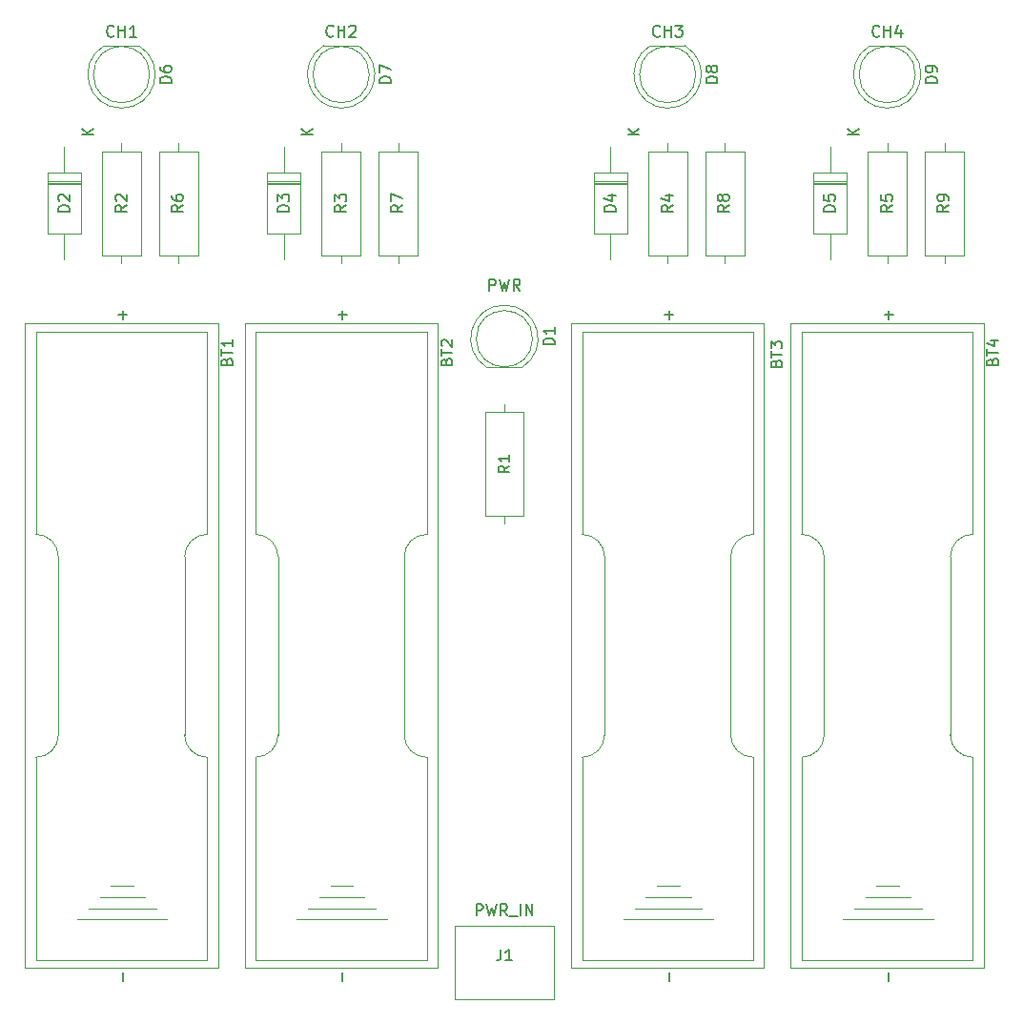
<source format=gto>
%TF.GenerationSoftware,KiCad,Pcbnew,(6.0.2)*%
%TF.CreationDate,2022-03-25T11:37:34+00:00*%
%TF.ProjectId,nimh-charger,6e696d68-2d63-4686-9172-6765722e6b69,rev?*%
%TF.SameCoordinates,Original*%
%TF.FileFunction,Legend,Top*%
%TF.FilePolarity,Positive*%
%FSLAX46Y46*%
G04 Gerber Fmt 4.6, Leading zero omitted, Abs format (unit mm)*
G04 Created by KiCad (PCBNEW (6.0.2)) date 2022-03-25 11:37:34*
%MOMM*%
%LPD*%
G01*
G04 APERTURE LIST*
%ADD10C,0.150000*%
%ADD11C,0.120000*%
G04 APERTURE END LIST*
D10*
%TO.C,R9*%
X134452380Y-79866666D02*
X133976190Y-80200000D01*
X134452380Y-80438095D02*
X133452380Y-80438095D01*
X133452380Y-80057142D01*
X133500000Y-79961904D01*
X133547619Y-79914285D01*
X133642857Y-79866666D01*
X133785714Y-79866666D01*
X133880952Y-79914285D01*
X133928571Y-79961904D01*
X133976190Y-80057142D01*
X133976190Y-80438095D01*
X134452380Y-79390476D02*
X134452380Y-79200000D01*
X134404761Y-79104761D01*
X134357142Y-79057142D01*
X134214285Y-78961904D01*
X134023809Y-78914285D01*
X133642857Y-78914285D01*
X133547619Y-78961904D01*
X133500000Y-79009523D01*
X133452380Y-79104761D01*
X133452380Y-79295238D01*
X133500000Y-79390476D01*
X133547619Y-79438095D01*
X133642857Y-79485714D01*
X133880952Y-79485714D01*
X133976190Y-79438095D01*
X134023809Y-79390476D01*
X134071428Y-79295238D01*
X134071428Y-79104761D01*
X134023809Y-79009523D01*
X133976190Y-78961904D01*
X133880952Y-78914285D01*
%TO.C,R8*%
X114952380Y-79866666D02*
X114476190Y-80200000D01*
X114952380Y-80438095D02*
X113952380Y-80438095D01*
X113952380Y-80057142D01*
X114000000Y-79961904D01*
X114047619Y-79914285D01*
X114142857Y-79866666D01*
X114285714Y-79866666D01*
X114380952Y-79914285D01*
X114428571Y-79961904D01*
X114476190Y-80057142D01*
X114476190Y-80438095D01*
X114380952Y-79295238D02*
X114333333Y-79390476D01*
X114285714Y-79438095D01*
X114190476Y-79485714D01*
X114142857Y-79485714D01*
X114047619Y-79438095D01*
X114000000Y-79390476D01*
X113952380Y-79295238D01*
X113952380Y-79104761D01*
X114000000Y-79009523D01*
X114047619Y-78961904D01*
X114142857Y-78914285D01*
X114190476Y-78914285D01*
X114285714Y-78961904D01*
X114333333Y-79009523D01*
X114380952Y-79104761D01*
X114380952Y-79295238D01*
X114428571Y-79390476D01*
X114476190Y-79438095D01*
X114571428Y-79485714D01*
X114761904Y-79485714D01*
X114857142Y-79438095D01*
X114904761Y-79390476D01*
X114952380Y-79295238D01*
X114952380Y-79104761D01*
X114904761Y-79009523D01*
X114857142Y-78961904D01*
X114761904Y-78914285D01*
X114571428Y-78914285D01*
X114476190Y-78961904D01*
X114428571Y-79009523D01*
X114380952Y-79104761D01*
%TO.C,R7*%
X85952380Y-79866666D02*
X85476190Y-80200000D01*
X85952380Y-80438095D02*
X84952380Y-80438095D01*
X84952380Y-80057142D01*
X85000000Y-79961904D01*
X85047619Y-79914285D01*
X85142857Y-79866666D01*
X85285714Y-79866666D01*
X85380952Y-79914285D01*
X85428571Y-79961904D01*
X85476190Y-80057142D01*
X85476190Y-80438095D01*
X84952380Y-79533333D02*
X84952380Y-78866666D01*
X85952380Y-79295238D01*
%TO.C,R6*%
X66452380Y-79866666D02*
X65976190Y-80200000D01*
X66452380Y-80438095D02*
X65452380Y-80438095D01*
X65452380Y-80057142D01*
X65500000Y-79961904D01*
X65547619Y-79914285D01*
X65642857Y-79866666D01*
X65785714Y-79866666D01*
X65880952Y-79914285D01*
X65928571Y-79961904D01*
X65976190Y-80057142D01*
X65976190Y-80438095D01*
X65452380Y-79009523D02*
X65452380Y-79200000D01*
X65500000Y-79295238D01*
X65547619Y-79342857D01*
X65690476Y-79438095D01*
X65880952Y-79485714D01*
X66261904Y-79485714D01*
X66357142Y-79438095D01*
X66404761Y-79390476D01*
X66452380Y-79295238D01*
X66452380Y-79104761D01*
X66404761Y-79009523D01*
X66357142Y-78961904D01*
X66261904Y-78914285D01*
X66023809Y-78914285D01*
X65928571Y-78961904D01*
X65880952Y-79009523D01*
X65833333Y-79104761D01*
X65833333Y-79295238D01*
X65880952Y-79390476D01*
X65928571Y-79438095D01*
X66023809Y-79485714D01*
%TO.C,R5*%
X129452380Y-79866666D02*
X128976190Y-80200000D01*
X129452380Y-80438095D02*
X128452380Y-80438095D01*
X128452380Y-80057142D01*
X128500000Y-79961904D01*
X128547619Y-79914285D01*
X128642857Y-79866666D01*
X128785714Y-79866666D01*
X128880952Y-79914285D01*
X128928571Y-79961904D01*
X128976190Y-80057142D01*
X128976190Y-80438095D01*
X128452380Y-78961904D02*
X128452380Y-79438095D01*
X128928571Y-79485714D01*
X128880952Y-79438095D01*
X128833333Y-79342857D01*
X128833333Y-79104761D01*
X128880952Y-79009523D01*
X128928571Y-78961904D01*
X129023809Y-78914285D01*
X129261904Y-78914285D01*
X129357142Y-78961904D01*
X129404761Y-79009523D01*
X129452380Y-79104761D01*
X129452380Y-79342857D01*
X129404761Y-79438095D01*
X129357142Y-79485714D01*
%TO.C,R4*%
X109952380Y-79866666D02*
X109476190Y-80200000D01*
X109952380Y-80438095D02*
X108952380Y-80438095D01*
X108952380Y-80057142D01*
X109000000Y-79961904D01*
X109047619Y-79914285D01*
X109142857Y-79866666D01*
X109285714Y-79866666D01*
X109380952Y-79914285D01*
X109428571Y-79961904D01*
X109476190Y-80057142D01*
X109476190Y-80438095D01*
X109285714Y-79009523D02*
X109952380Y-79009523D01*
X108904761Y-79247619D02*
X109619047Y-79485714D01*
X109619047Y-78866666D01*
%TO.C,R3*%
X80952380Y-79866666D02*
X80476190Y-80200000D01*
X80952380Y-80438095D02*
X79952380Y-80438095D01*
X79952380Y-80057142D01*
X80000000Y-79961904D01*
X80047619Y-79914285D01*
X80142857Y-79866666D01*
X80285714Y-79866666D01*
X80380952Y-79914285D01*
X80428571Y-79961904D01*
X80476190Y-80057142D01*
X80476190Y-80438095D01*
X79952380Y-79533333D02*
X79952380Y-78914285D01*
X80333333Y-79247619D01*
X80333333Y-79104761D01*
X80380952Y-79009523D01*
X80428571Y-78961904D01*
X80523809Y-78914285D01*
X80761904Y-78914285D01*
X80857142Y-78961904D01*
X80904761Y-79009523D01*
X80952380Y-79104761D01*
X80952380Y-79390476D01*
X80904761Y-79485714D01*
X80857142Y-79533333D01*
%TO.C,R2*%
X61452380Y-79866666D02*
X60976190Y-80200000D01*
X61452380Y-80438095D02*
X60452380Y-80438095D01*
X60452380Y-80057142D01*
X60500000Y-79961904D01*
X60547619Y-79914285D01*
X60642857Y-79866666D01*
X60785714Y-79866666D01*
X60880952Y-79914285D01*
X60928571Y-79961904D01*
X60976190Y-80057142D01*
X60976190Y-80438095D01*
X60547619Y-79485714D02*
X60500000Y-79438095D01*
X60452380Y-79342857D01*
X60452380Y-79104761D01*
X60500000Y-79009523D01*
X60547619Y-78961904D01*
X60642857Y-78914285D01*
X60738095Y-78914285D01*
X60880952Y-78961904D01*
X61452380Y-79533333D01*
X61452380Y-78914285D01*
%TO.C,R1*%
X95452380Y-103016666D02*
X94976190Y-103350000D01*
X95452380Y-103588095D02*
X94452380Y-103588095D01*
X94452380Y-103207142D01*
X94500000Y-103111904D01*
X94547619Y-103064285D01*
X94642857Y-103016666D01*
X94785714Y-103016666D01*
X94880952Y-103064285D01*
X94928571Y-103111904D01*
X94976190Y-103207142D01*
X94976190Y-103588095D01*
X95452380Y-102064285D02*
X95452380Y-102635714D01*
X95452380Y-102350000D02*
X94452380Y-102350000D01*
X94595238Y-102445238D01*
X94690476Y-102540476D01*
X94738095Y-102635714D01*
%TO.C,D9*%
X133412380Y-69008095D02*
X132412380Y-69008095D01*
X132412380Y-68770000D01*
X132460000Y-68627142D01*
X132555238Y-68531904D01*
X132650476Y-68484285D01*
X132840952Y-68436666D01*
X132983809Y-68436666D01*
X133174285Y-68484285D01*
X133269523Y-68531904D01*
X133364761Y-68627142D01*
X133412380Y-68770000D01*
X133412380Y-69008095D01*
X133412380Y-67960476D02*
X133412380Y-67770000D01*
X133364761Y-67674761D01*
X133317142Y-67627142D01*
X133174285Y-67531904D01*
X132983809Y-67484285D01*
X132602857Y-67484285D01*
X132507619Y-67531904D01*
X132460000Y-67579523D01*
X132412380Y-67674761D01*
X132412380Y-67865238D01*
X132460000Y-67960476D01*
X132507619Y-68008095D01*
X132602857Y-68055714D01*
X132840952Y-68055714D01*
X132936190Y-68008095D01*
X132983809Y-67960476D01*
X133031428Y-67865238D01*
X133031428Y-67674761D01*
X132983809Y-67579523D01*
X132936190Y-67531904D01*
X132840952Y-67484285D01*
X128309523Y-64817142D02*
X128261904Y-64864761D01*
X128119047Y-64912380D01*
X128023809Y-64912380D01*
X127880952Y-64864761D01*
X127785714Y-64769523D01*
X127738095Y-64674285D01*
X127690476Y-64483809D01*
X127690476Y-64340952D01*
X127738095Y-64150476D01*
X127785714Y-64055238D01*
X127880952Y-63960000D01*
X128023809Y-63912380D01*
X128119047Y-63912380D01*
X128261904Y-63960000D01*
X128309523Y-64007619D01*
X128738095Y-64912380D02*
X128738095Y-63912380D01*
X128738095Y-64388571D02*
X129309523Y-64388571D01*
X129309523Y-64912380D02*
X129309523Y-63912380D01*
X130214285Y-64245714D02*
X130214285Y-64912380D01*
X129976190Y-63864761D02*
X129738095Y-64579047D01*
X130357142Y-64579047D01*
%TO.C,J1*%
X94666666Y-145952380D02*
X94666666Y-146666666D01*
X94619047Y-146809523D01*
X94523809Y-146904761D01*
X94380952Y-146952380D01*
X94285714Y-146952380D01*
X95666666Y-146952380D02*
X95095238Y-146952380D01*
X95380952Y-146952380D02*
X95380952Y-145952380D01*
X95285714Y-146095238D01*
X95190476Y-146190476D01*
X95095238Y-146238095D01*
X92523809Y-142952380D02*
X92523809Y-141952380D01*
X92904761Y-141952380D01*
X93000000Y-142000000D01*
X93047619Y-142047619D01*
X93095238Y-142142857D01*
X93095238Y-142285714D01*
X93047619Y-142380952D01*
X93000000Y-142428571D01*
X92904761Y-142476190D01*
X92523809Y-142476190D01*
X93428571Y-141952380D02*
X93666666Y-142952380D01*
X93857142Y-142238095D01*
X94047619Y-142952380D01*
X94285714Y-141952380D01*
X95238095Y-142952380D02*
X94904761Y-142476190D01*
X94666666Y-142952380D02*
X94666666Y-141952380D01*
X95047619Y-141952380D01*
X95142857Y-142000000D01*
X95190476Y-142047619D01*
X95238095Y-142142857D01*
X95238095Y-142285714D01*
X95190476Y-142380952D01*
X95142857Y-142428571D01*
X95047619Y-142476190D01*
X94666666Y-142476190D01*
X95428571Y-143047619D02*
X96190476Y-143047619D01*
X96428571Y-142952380D02*
X96428571Y-141952380D01*
X96904761Y-142952380D02*
X96904761Y-141952380D01*
X97476190Y-142952380D01*
X97476190Y-141952380D01*
%TO.C,D5*%
X124372380Y-80438095D02*
X123372380Y-80438095D01*
X123372380Y-80200000D01*
X123420000Y-80057142D01*
X123515238Y-79961904D01*
X123610476Y-79914285D01*
X123800952Y-79866666D01*
X123943809Y-79866666D01*
X124134285Y-79914285D01*
X124229523Y-79961904D01*
X124324761Y-80057142D01*
X124372380Y-80200000D01*
X124372380Y-80438095D01*
X123372380Y-78961904D02*
X123372380Y-79438095D01*
X123848571Y-79485714D01*
X123800952Y-79438095D01*
X123753333Y-79342857D01*
X123753333Y-79104761D01*
X123800952Y-79009523D01*
X123848571Y-78961904D01*
X123943809Y-78914285D01*
X124181904Y-78914285D01*
X124277142Y-78961904D01*
X124324761Y-79009523D01*
X124372380Y-79104761D01*
X124372380Y-79342857D01*
X124324761Y-79438095D01*
X124277142Y-79485714D01*
X126472380Y-73611904D02*
X125472380Y-73611904D01*
X126472380Y-73040476D02*
X125900952Y-73469047D01*
X125472380Y-73040476D02*
X126043809Y-73611904D01*
%TO.C,D3*%
X75872380Y-80438095D02*
X74872380Y-80438095D01*
X74872380Y-80200000D01*
X74920000Y-80057142D01*
X75015238Y-79961904D01*
X75110476Y-79914285D01*
X75300952Y-79866666D01*
X75443809Y-79866666D01*
X75634285Y-79914285D01*
X75729523Y-79961904D01*
X75824761Y-80057142D01*
X75872380Y-80200000D01*
X75872380Y-80438095D01*
X74872380Y-79533333D02*
X74872380Y-78914285D01*
X75253333Y-79247619D01*
X75253333Y-79104761D01*
X75300952Y-79009523D01*
X75348571Y-78961904D01*
X75443809Y-78914285D01*
X75681904Y-78914285D01*
X75777142Y-78961904D01*
X75824761Y-79009523D01*
X75872380Y-79104761D01*
X75872380Y-79390476D01*
X75824761Y-79485714D01*
X75777142Y-79533333D01*
X77972380Y-73611904D02*
X76972380Y-73611904D01*
X77972380Y-73040476D02*
X77400952Y-73469047D01*
X76972380Y-73040476D02*
X77543809Y-73611904D01*
%TO.C,D6*%
X65412380Y-69008095D02*
X64412380Y-69008095D01*
X64412380Y-68770000D01*
X64460000Y-68627142D01*
X64555238Y-68531904D01*
X64650476Y-68484285D01*
X64840952Y-68436666D01*
X64983809Y-68436666D01*
X65174285Y-68484285D01*
X65269523Y-68531904D01*
X65364761Y-68627142D01*
X65412380Y-68770000D01*
X65412380Y-69008095D01*
X64412380Y-67579523D02*
X64412380Y-67770000D01*
X64460000Y-67865238D01*
X64507619Y-67912857D01*
X64650476Y-68008095D01*
X64840952Y-68055714D01*
X65221904Y-68055714D01*
X65317142Y-68008095D01*
X65364761Y-67960476D01*
X65412380Y-67865238D01*
X65412380Y-67674761D01*
X65364761Y-67579523D01*
X65317142Y-67531904D01*
X65221904Y-67484285D01*
X64983809Y-67484285D01*
X64888571Y-67531904D01*
X64840952Y-67579523D01*
X64793333Y-67674761D01*
X64793333Y-67865238D01*
X64840952Y-67960476D01*
X64888571Y-68008095D01*
X64983809Y-68055714D01*
X60309523Y-64817142D02*
X60261904Y-64864761D01*
X60119047Y-64912380D01*
X60023809Y-64912380D01*
X59880952Y-64864761D01*
X59785714Y-64769523D01*
X59738095Y-64674285D01*
X59690476Y-64483809D01*
X59690476Y-64340952D01*
X59738095Y-64150476D01*
X59785714Y-64055238D01*
X59880952Y-63960000D01*
X60023809Y-63912380D01*
X60119047Y-63912380D01*
X60261904Y-63960000D01*
X60309523Y-64007619D01*
X60738095Y-64912380D02*
X60738095Y-63912380D01*
X60738095Y-64388571D02*
X61309523Y-64388571D01*
X61309523Y-64912380D02*
X61309523Y-63912380D01*
X62309523Y-64912380D02*
X61738095Y-64912380D01*
X62023809Y-64912380D02*
X62023809Y-63912380D01*
X61928571Y-64055238D01*
X61833333Y-64150476D01*
X61738095Y-64198095D01*
%TO.C,BT1*%
X70348571Y-93765714D02*
X70396190Y-93622857D01*
X70443809Y-93575238D01*
X70539047Y-93527619D01*
X70681904Y-93527619D01*
X70777142Y-93575238D01*
X70824761Y-93622857D01*
X70872380Y-93718095D01*
X70872380Y-94099047D01*
X69872380Y-94099047D01*
X69872380Y-93765714D01*
X69920000Y-93670476D01*
X69967619Y-93622857D01*
X70062857Y-93575238D01*
X70158095Y-93575238D01*
X70253333Y-93622857D01*
X70300952Y-93670476D01*
X70348571Y-93765714D01*
X70348571Y-94099047D01*
X69872380Y-93241904D02*
X69872380Y-92670476D01*
X70872380Y-92956190D02*
X69872380Y-92956190D01*
X70872380Y-91813333D02*
X70872380Y-92384761D01*
X70872380Y-92099047D02*
X69872380Y-92099047D01*
X70015238Y-92194285D01*
X70110476Y-92289523D01*
X70158095Y-92384761D01*
X61131428Y-148750952D02*
X61131428Y-147989047D01*
X61131428Y-89980952D02*
X61131428Y-89219047D01*
X61512380Y-89600000D02*
X60750476Y-89600000D01*
%TO.C,BT4*%
X138348571Y-93765714D02*
X138396190Y-93622857D01*
X138443809Y-93575238D01*
X138539047Y-93527619D01*
X138681904Y-93527619D01*
X138777142Y-93575238D01*
X138824761Y-93622857D01*
X138872380Y-93718095D01*
X138872380Y-94099047D01*
X137872380Y-94099047D01*
X137872380Y-93765714D01*
X137920000Y-93670476D01*
X137967619Y-93622857D01*
X138062857Y-93575238D01*
X138158095Y-93575238D01*
X138253333Y-93622857D01*
X138300952Y-93670476D01*
X138348571Y-93765714D01*
X138348571Y-94099047D01*
X137872380Y-93241904D02*
X137872380Y-92670476D01*
X138872380Y-92956190D02*
X137872380Y-92956190D01*
X138205714Y-91908571D02*
X138872380Y-91908571D01*
X137824761Y-92146666D02*
X138539047Y-92384761D01*
X138539047Y-91765714D01*
X129131428Y-89980952D02*
X129131428Y-89219047D01*
X129512380Y-89600000D02*
X128750476Y-89600000D01*
X129131428Y-148750952D02*
X129131428Y-147989047D01*
%TO.C,D1*%
X99452380Y-92238095D02*
X98452380Y-92238095D01*
X98452380Y-92000000D01*
X98500000Y-91857142D01*
X98595238Y-91761904D01*
X98690476Y-91714285D01*
X98880952Y-91666666D01*
X99023809Y-91666666D01*
X99214285Y-91714285D01*
X99309523Y-91761904D01*
X99404761Y-91857142D01*
X99452380Y-92000000D01*
X99452380Y-92238095D01*
X99452380Y-90714285D02*
X99452380Y-91285714D01*
X99452380Y-91000000D02*
X98452380Y-91000000D01*
X98595238Y-91095238D01*
X98690476Y-91190476D01*
X98738095Y-91285714D01*
X93666666Y-87452380D02*
X93666666Y-86452380D01*
X94047619Y-86452380D01*
X94142857Y-86500000D01*
X94190476Y-86547619D01*
X94238095Y-86642857D01*
X94238095Y-86785714D01*
X94190476Y-86880952D01*
X94142857Y-86928571D01*
X94047619Y-86976190D01*
X93666666Y-86976190D01*
X94571428Y-86452380D02*
X94809523Y-87452380D01*
X95000000Y-86738095D01*
X95190476Y-87452380D01*
X95428571Y-86452380D01*
X96380952Y-87452380D02*
X96047619Y-86976190D01*
X95809523Y-87452380D02*
X95809523Y-86452380D01*
X96190476Y-86452380D01*
X96285714Y-86500000D01*
X96333333Y-86547619D01*
X96380952Y-86642857D01*
X96380952Y-86785714D01*
X96333333Y-86880952D01*
X96285714Y-86928571D01*
X96190476Y-86976190D01*
X95809523Y-86976190D01*
%TO.C,D4*%
X104872380Y-80438095D02*
X103872380Y-80438095D01*
X103872380Y-80200000D01*
X103920000Y-80057142D01*
X104015238Y-79961904D01*
X104110476Y-79914285D01*
X104300952Y-79866666D01*
X104443809Y-79866666D01*
X104634285Y-79914285D01*
X104729523Y-79961904D01*
X104824761Y-80057142D01*
X104872380Y-80200000D01*
X104872380Y-80438095D01*
X104205714Y-79009523D02*
X104872380Y-79009523D01*
X103824761Y-79247619D02*
X104539047Y-79485714D01*
X104539047Y-78866666D01*
X106972380Y-73611904D02*
X105972380Y-73611904D01*
X106972380Y-73040476D02*
X106400952Y-73469047D01*
X105972380Y-73040476D02*
X106543809Y-73611904D01*
%TO.C,D7*%
X84912380Y-69008095D02*
X83912380Y-69008095D01*
X83912380Y-68770000D01*
X83960000Y-68627142D01*
X84055238Y-68531904D01*
X84150476Y-68484285D01*
X84340952Y-68436666D01*
X84483809Y-68436666D01*
X84674285Y-68484285D01*
X84769523Y-68531904D01*
X84864761Y-68627142D01*
X84912380Y-68770000D01*
X84912380Y-69008095D01*
X83912380Y-68103333D02*
X83912380Y-67436666D01*
X84912380Y-67865238D01*
X79809523Y-64817142D02*
X79761904Y-64864761D01*
X79619047Y-64912380D01*
X79523809Y-64912380D01*
X79380952Y-64864761D01*
X79285714Y-64769523D01*
X79238095Y-64674285D01*
X79190476Y-64483809D01*
X79190476Y-64340952D01*
X79238095Y-64150476D01*
X79285714Y-64055238D01*
X79380952Y-63960000D01*
X79523809Y-63912380D01*
X79619047Y-63912380D01*
X79761904Y-63960000D01*
X79809523Y-64007619D01*
X80238095Y-64912380D02*
X80238095Y-63912380D01*
X80238095Y-64388571D02*
X80809523Y-64388571D01*
X80809523Y-64912380D02*
X80809523Y-63912380D01*
X81238095Y-64007619D02*
X81285714Y-63960000D01*
X81380952Y-63912380D01*
X81619047Y-63912380D01*
X81714285Y-63960000D01*
X81761904Y-64007619D01*
X81809523Y-64102857D01*
X81809523Y-64198095D01*
X81761904Y-64340952D01*
X81190476Y-64912380D01*
X81809523Y-64912380D01*
%TO.C,BT3*%
X119148571Y-93915714D02*
X119196190Y-93772857D01*
X119243809Y-93725238D01*
X119339047Y-93677619D01*
X119481904Y-93677619D01*
X119577142Y-93725238D01*
X119624761Y-93772857D01*
X119672380Y-93868095D01*
X119672380Y-94249047D01*
X118672380Y-94249047D01*
X118672380Y-93915714D01*
X118720000Y-93820476D01*
X118767619Y-93772857D01*
X118862857Y-93725238D01*
X118958095Y-93725238D01*
X119053333Y-93772857D01*
X119100952Y-93820476D01*
X119148571Y-93915714D01*
X119148571Y-94249047D01*
X118672380Y-93391904D02*
X118672380Y-92820476D01*
X119672380Y-93106190D02*
X118672380Y-93106190D01*
X118672380Y-92582380D02*
X118672380Y-91963333D01*
X119053333Y-92296666D01*
X119053333Y-92153809D01*
X119100952Y-92058571D01*
X119148571Y-92010952D01*
X119243809Y-91963333D01*
X119481904Y-91963333D01*
X119577142Y-92010952D01*
X119624761Y-92058571D01*
X119672380Y-92153809D01*
X119672380Y-92439523D01*
X119624761Y-92534761D01*
X119577142Y-92582380D01*
X109631428Y-89980952D02*
X109631428Y-89219047D01*
X110012380Y-89600000D02*
X109250476Y-89600000D01*
X109631428Y-148750952D02*
X109631428Y-147989047D01*
%TO.C,BT2*%
X89848571Y-93765714D02*
X89896190Y-93622857D01*
X89943809Y-93575238D01*
X90039047Y-93527619D01*
X90181904Y-93527619D01*
X90277142Y-93575238D01*
X90324761Y-93622857D01*
X90372380Y-93718095D01*
X90372380Y-94099047D01*
X89372380Y-94099047D01*
X89372380Y-93765714D01*
X89420000Y-93670476D01*
X89467619Y-93622857D01*
X89562857Y-93575238D01*
X89658095Y-93575238D01*
X89753333Y-93622857D01*
X89800952Y-93670476D01*
X89848571Y-93765714D01*
X89848571Y-94099047D01*
X89372380Y-93241904D02*
X89372380Y-92670476D01*
X90372380Y-92956190D02*
X89372380Y-92956190D01*
X89467619Y-92384761D02*
X89420000Y-92337142D01*
X89372380Y-92241904D01*
X89372380Y-92003809D01*
X89420000Y-91908571D01*
X89467619Y-91860952D01*
X89562857Y-91813333D01*
X89658095Y-91813333D01*
X89800952Y-91860952D01*
X90372380Y-92432380D01*
X90372380Y-91813333D01*
X80631428Y-148750952D02*
X80631428Y-147989047D01*
X80631428Y-89980952D02*
X80631428Y-89219047D01*
X81012380Y-89600000D02*
X80250476Y-89600000D01*
%TO.C,D2*%
X56372380Y-80438095D02*
X55372380Y-80438095D01*
X55372380Y-80200000D01*
X55420000Y-80057142D01*
X55515238Y-79961904D01*
X55610476Y-79914285D01*
X55800952Y-79866666D01*
X55943809Y-79866666D01*
X56134285Y-79914285D01*
X56229523Y-79961904D01*
X56324761Y-80057142D01*
X56372380Y-80200000D01*
X56372380Y-80438095D01*
X55467619Y-79485714D02*
X55420000Y-79438095D01*
X55372380Y-79342857D01*
X55372380Y-79104761D01*
X55420000Y-79009523D01*
X55467619Y-78961904D01*
X55562857Y-78914285D01*
X55658095Y-78914285D01*
X55800952Y-78961904D01*
X56372380Y-79533333D01*
X56372380Y-78914285D01*
X58472380Y-73611904D02*
X57472380Y-73611904D01*
X58472380Y-73040476D02*
X57900952Y-73469047D01*
X57472380Y-73040476D02*
X58043809Y-73611904D01*
%TO.C,D8*%
X113912380Y-69008095D02*
X112912380Y-69008095D01*
X112912380Y-68770000D01*
X112960000Y-68627142D01*
X113055238Y-68531904D01*
X113150476Y-68484285D01*
X113340952Y-68436666D01*
X113483809Y-68436666D01*
X113674285Y-68484285D01*
X113769523Y-68531904D01*
X113864761Y-68627142D01*
X113912380Y-68770000D01*
X113912380Y-69008095D01*
X113340952Y-67865238D02*
X113293333Y-67960476D01*
X113245714Y-68008095D01*
X113150476Y-68055714D01*
X113102857Y-68055714D01*
X113007619Y-68008095D01*
X112960000Y-67960476D01*
X112912380Y-67865238D01*
X112912380Y-67674761D01*
X112960000Y-67579523D01*
X113007619Y-67531904D01*
X113102857Y-67484285D01*
X113150476Y-67484285D01*
X113245714Y-67531904D01*
X113293333Y-67579523D01*
X113340952Y-67674761D01*
X113340952Y-67865238D01*
X113388571Y-67960476D01*
X113436190Y-68008095D01*
X113531428Y-68055714D01*
X113721904Y-68055714D01*
X113817142Y-68008095D01*
X113864761Y-67960476D01*
X113912380Y-67865238D01*
X113912380Y-67674761D01*
X113864761Y-67579523D01*
X113817142Y-67531904D01*
X113721904Y-67484285D01*
X113531428Y-67484285D01*
X113436190Y-67531904D01*
X113388571Y-67579523D01*
X113340952Y-67674761D01*
X108809523Y-64817142D02*
X108761904Y-64864761D01*
X108619047Y-64912380D01*
X108523809Y-64912380D01*
X108380952Y-64864761D01*
X108285714Y-64769523D01*
X108238095Y-64674285D01*
X108190476Y-64483809D01*
X108190476Y-64340952D01*
X108238095Y-64150476D01*
X108285714Y-64055238D01*
X108380952Y-63960000D01*
X108523809Y-63912380D01*
X108619047Y-63912380D01*
X108761904Y-63960000D01*
X108809523Y-64007619D01*
X109238095Y-64912380D02*
X109238095Y-63912380D01*
X109238095Y-64388571D02*
X109809523Y-64388571D01*
X109809523Y-64912380D02*
X109809523Y-63912380D01*
X110190476Y-63912380D02*
X110809523Y-63912380D01*
X110476190Y-64293333D01*
X110619047Y-64293333D01*
X110714285Y-64340952D01*
X110761904Y-64388571D01*
X110809523Y-64483809D01*
X110809523Y-64721904D01*
X110761904Y-64817142D01*
X110714285Y-64864761D01*
X110619047Y-64912380D01*
X110333333Y-64912380D01*
X110238095Y-64864761D01*
X110190476Y-64817142D01*
D11*
%TO.C,R9*%
X135800000Y-75080000D02*
X132360000Y-75080000D01*
X134080000Y-74390000D02*
X134080000Y-75080000D01*
X134080000Y-85010000D02*
X134080000Y-84320000D01*
X132360000Y-84320000D02*
X135800000Y-84320000D01*
X132360000Y-75080000D02*
X132360000Y-84320000D01*
X135800000Y-84320000D02*
X135800000Y-75080000D01*
%TO.C,R8*%
X116300000Y-75080000D02*
X112860000Y-75080000D01*
X114580000Y-74390000D02*
X114580000Y-75080000D01*
X114580000Y-85010000D02*
X114580000Y-84320000D01*
X112860000Y-84320000D02*
X116300000Y-84320000D01*
X112860000Y-75080000D02*
X112860000Y-84320000D01*
X116300000Y-84320000D02*
X116300000Y-75080000D01*
%TO.C,R7*%
X87300000Y-75080000D02*
X83860000Y-75080000D01*
X85580000Y-74390000D02*
X85580000Y-75080000D01*
X85580000Y-85010000D02*
X85580000Y-84320000D01*
X83860000Y-84320000D02*
X87300000Y-84320000D01*
X83860000Y-75080000D02*
X83860000Y-84320000D01*
X87300000Y-84320000D02*
X87300000Y-75080000D01*
%TO.C,R6*%
X67800000Y-75080000D02*
X64360000Y-75080000D01*
X66080000Y-74390000D02*
X66080000Y-75080000D01*
X66080000Y-85010000D02*
X66080000Y-84320000D01*
X64360000Y-84320000D02*
X67800000Y-84320000D01*
X64360000Y-75080000D02*
X64360000Y-84320000D01*
X67800000Y-84320000D02*
X67800000Y-75080000D01*
%TO.C,R5*%
X127280000Y-84320000D02*
X130720000Y-84320000D01*
X129000000Y-85010000D02*
X129000000Y-84320000D01*
X129000000Y-74390000D02*
X129000000Y-75080000D01*
X130720000Y-75080000D02*
X127280000Y-75080000D01*
X130720000Y-84320000D02*
X130720000Y-75080000D01*
X127280000Y-75080000D02*
X127280000Y-84320000D01*
%TO.C,R4*%
X107780000Y-84320000D02*
X111220000Y-84320000D01*
X109500000Y-85010000D02*
X109500000Y-84320000D01*
X109500000Y-74390000D02*
X109500000Y-75080000D01*
X111220000Y-75080000D02*
X107780000Y-75080000D01*
X111220000Y-84320000D02*
X111220000Y-75080000D01*
X107780000Y-75080000D02*
X107780000Y-84320000D01*
%TO.C,R3*%
X78780000Y-84320000D02*
X82220000Y-84320000D01*
X80500000Y-85010000D02*
X80500000Y-84320000D01*
X80500000Y-74390000D02*
X80500000Y-75080000D01*
X82220000Y-75080000D02*
X78780000Y-75080000D01*
X82220000Y-84320000D02*
X82220000Y-75080000D01*
X78780000Y-75080000D02*
X78780000Y-84320000D01*
%TO.C,R2*%
X59280000Y-84320000D02*
X62720000Y-84320000D01*
X61000000Y-85010000D02*
X61000000Y-84320000D01*
X61000000Y-74390000D02*
X61000000Y-75080000D01*
X62720000Y-75080000D02*
X59280000Y-75080000D01*
X62720000Y-84320000D02*
X62720000Y-75080000D01*
X59280000Y-75080000D02*
X59280000Y-84320000D01*
%TO.C,R1*%
X96720000Y-98230000D02*
X93280000Y-98230000D01*
X95000000Y-97540000D02*
X95000000Y-98230000D01*
X95000000Y-108160000D02*
X95000000Y-107470000D01*
X93280000Y-107470000D02*
X96720000Y-107470000D01*
X93280000Y-98230000D02*
X93280000Y-107470000D01*
X96720000Y-107470000D02*
X96720000Y-98230000D01*
%TO.C,D9*%
X130545000Y-65710000D02*
X127455000Y-65710000D01*
X128999538Y-71260000D02*
G75*
G03*
X130544830Y-65710000I462J2990000D01*
G01*
X127455170Y-65710000D02*
G75*
G03*
X129000462Y-71260000I1544830J-2560000D01*
G01*
X131500000Y-68270000D02*
G75*
G03*
X131500000Y-68270000I-2500000J0D01*
G01*
%TO.C,J1*%
X90625000Y-143857500D02*
X99375000Y-143857500D01*
X99375000Y-143857500D02*
X99375000Y-150357500D01*
X99375000Y-150357500D02*
X90625000Y-150357500D01*
X90625000Y-150357500D02*
X90625000Y-143857500D01*
%TO.C,D5*%
X125390000Y-77880000D02*
X122450000Y-77880000D01*
X125390000Y-77760000D02*
X122450000Y-77760000D01*
X125390000Y-78000000D02*
X122450000Y-78000000D01*
X123920000Y-74690000D02*
X123920000Y-76980000D01*
X122450000Y-76980000D02*
X122450000Y-82420000D01*
X125390000Y-82420000D02*
X125390000Y-76980000D01*
X123920000Y-84710000D02*
X123920000Y-82420000D01*
X122450000Y-82420000D02*
X125390000Y-82420000D01*
X125390000Y-76980000D02*
X122450000Y-76980000D01*
%TO.C,D3*%
X75420000Y-84710000D02*
X75420000Y-82420000D01*
X75420000Y-74690000D02*
X75420000Y-76980000D01*
X76890000Y-77760000D02*
X73950000Y-77760000D01*
X76890000Y-78000000D02*
X73950000Y-78000000D01*
X76890000Y-76980000D02*
X73950000Y-76980000D01*
X76890000Y-77880000D02*
X73950000Y-77880000D01*
X73950000Y-82420000D02*
X76890000Y-82420000D01*
X73950000Y-76980000D02*
X73950000Y-82420000D01*
X76890000Y-82420000D02*
X76890000Y-76980000D01*
%TO.C,D6*%
X62545000Y-65710000D02*
X59455000Y-65710000D01*
X59455170Y-65710000D02*
G75*
G03*
X61000462Y-71260000I1544830J-2560000D01*
G01*
X60999538Y-71260000D02*
G75*
G03*
X62544830Y-65710000I462J2990000D01*
G01*
X63500000Y-68270000D02*
G75*
G03*
X63500000Y-68270000I-2500000J0D01*
G01*
%TO.C,BT1*%
X52435000Y-147620000D02*
X52435000Y-90380000D01*
X69565000Y-90380000D02*
X69565000Y-147620000D01*
X52435000Y-90380000D02*
X69565000Y-90380000D01*
X63060000Y-141310000D02*
X59060000Y-141310000D01*
X68600000Y-91100000D02*
X53400000Y-91100000D01*
X58060000Y-142310000D02*
X64060000Y-142310000D01*
X65060000Y-143310000D02*
X57060000Y-143310000D01*
X53400000Y-128900000D02*
X53400000Y-146900000D01*
X55400000Y-126900000D02*
X55400000Y-111100000D01*
X66600000Y-111100000D02*
X66600000Y-126900000D01*
X68600000Y-91100000D02*
X68600000Y-109100000D01*
X62060000Y-140310000D02*
X60060000Y-140310000D01*
X69565000Y-147620000D02*
X52435000Y-147620000D01*
X68600000Y-128900000D02*
X68600000Y-146900000D01*
X68600000Y-146900000D02*
X53400000Y-146900000D01*
X53400000Y-91100000D02*
X53400000Y-109100000D01*
X53400000Y-128900000D02*
G75*
G03*
X55400000Y-126900000I1J1999999D01*
G01*
X66600000Y-126900000D02*
G75*
G03*
X68600000Y-128900000I1999999J-1D01*
G01*
X55400000Y-111100000D02*
G75*
G03*
X53400000Y-109100000I-1999999J1D01*
G01*
X68600000Y-109100000D02*
G75*
G03*
X66600000Y-111100000I-1J-1999999D01*
G01*
%TO.C,BT4*%
X126060000Y-142310000D02*
X132060000Y-142310000D01*
X120435000Y-90380000D02*
X137565000Y-90380000D01*
X134600000Y-111100000D02*
X134600000Y-126900000D01*
X136600000Y-91100000D02*
X136600000Y-109100000D01*
X131060000Y-141310000D02*
X127060000Y-141310000D01*
X137565000Y-147620000D02*
X120435000Y-147620000D01*
X133060000Y-143310000D02*
X125060000Y-143310000D01*
X136600000Y-91100000D02*
X121400000Y-91100000D01*
X130060000Y-140310000D02*
X128060000Y-140310000D01*
X136600000Y-128900000D02*
X136600000Y-146900000D01*
X136600000Y-146900000D02*
X121400000Y-146900000D01*
X137565000Y-90380000D02*
X137565000Y-147620000D01*
X123400000Y-126900000D02*
X123400000Y-111100000D01*
X120435000Y-147620000D02*
X120435000Y-90380000D01*
X121400000Y-128900000D02*
X121400000Y-146900000D01*
X121400000Y-91100000D02*
X121400000Y-109100000D01*
X134600000Y-126900000D02*
G75*
G03*
X136600000Y-128900000I1999999J-1D01*
G01*
X121400000Y-128900000D02*
G75*
G03*
X123400000Y-126900000I1J1999999D01*
G01*
X123400000Y-111100000D02*
G75*
G03*
X121400000Y-109100000I-1999999J1D01*
G01*
X136600000Y-109100000D02*
G75*
G03*
X134600000Y-111100000I-1J-1999999D01*
G01*
%TO.C,D1*%
X93455000Y-94290000D02*
X96545000Y-94290000D01*
X96544830Y-94290000D02*
G75*
G03*
X94999538Y-88740000I-1544830J2560000D01*
G01*
X95000462Y-88740000D02*
G75*
G03*
X93455170Y-94290000I-462J-2990000D01*
G01*
X97500000Y-91730000D02*
G75*
G03*
X97500000Y-91730000I-2500000J0D01*
G01*
%TO.C,D4*%
X102950000Y-82420000D02*
X105890000Y-82420000D01*
X104420000Y-84710000D02*
X104420000Y-82420000D01*
X105890000Y-78000000D02*
X102950000Y-78000000D01*
X105890000Y-82420000D02*
X105890000Y-76980000D01*
X102950000Y-76980000D02*
X102950000Y-82420000D01*
X105890000Y-77880000D02*
X102950000Y-77880000D01*
X105890000Y-77760000D02*
X102950000Y-77760000D01*
X104420000Y-74690000D02*
X104420000Y-76980000D01*
X105890000Y-76980000D02*
X102950000Y-76980000D01*
%TO.C,D7*%
X82045000Y-65710000D02*
X78955000Y-65710000D01*
X80499538Y-71260000D02*
G75*
G03*
X82044830Y-65710000I462J2990000D01*
G01*
X78955170Y-65710000D02*
G75*
G03*
X80500462Y-71260000I1544830J-2560000D01*
G01*
X83000000Y-68270000D02*
G75*
G03*
X83000000Y-68270000I-2500000J0D01*
G01*
%TO.C,BT3*%
X100935000Y-147620000D02*
X100935000Y-90380000D01*
X117100000Y-91100000D02*
X117100000Y-109100000D01*
X101900000Y-91100000D02*
X101900000Y-109100000D01*
X100935000Y-90380000D02*
X118065000Y-90380000D01*
X117100000Y-128900000D02*
X117100000Y-146900000D01*
X111560000Y-141310000D02*
X107560000Y-141310000D01*
X103900000Y-126900000D02*
X103900000Y-111100000D01*
X113560000Y-143310000D02*
X105560000Y-143310000D01*
X110560000Y-140310000D02*
X108560000Y-140310000D01*
X117100000Y-146900000D02*
X101900000Y-146900000D01*
X106560000Y-142310000D02*
X112560000Y-142310000D01*
X115100000Y-111100000D02*
X115100000Y-126900000D01*
X117100000Y-91100000D02*
X101900000Y-91100000D01*
X101900000Y-128900000D02*
X101900000Y-146900000D01*
X118065000Y-90380000D02*
X118065000Y-147620000D01*
X118065000Y-147620000D02*
X100935000Y-147620000D01*
X115100000Y-126900000D02*
G75*
G03*
X117100000Y-128900000I1999999J-1D01*
G01*
X101900000Y-128900000D02*
G75*
G03*
X103900000Y-126900000I1J1999999D01*
G01*
X117100000Y-109100000D02*
G75*
G03*
X115100000Y-111100000I-1J-1999999D01*
G01*
X103900000Y-111100000D02*
G75*
G03*
X101900000Y-109100000I-1999999J1D01*
G01*
%TO.C,BT2*%
X82560000Y-141310000D02*
X78560000Y-141310000D01*
X88100000Y-91100000D02*
X88100000Y-109100000D01*
X72900000Y-128900000D02*
X72900000Y-146900000D01*
X74900000Y-126900000D02*
X74900000Y-111100000D01*
X88100000Y-91100000D02*
X72900000Y-91100000D01*
X71935000Y-90380000D02*
X89065000Y-90380000D01*
X89065000Y-90380000D02*
X89065000Y-147620000D01*
X89065000Y-147620000D02*
X71935000Y-147620000D01*
X77560000Y-142310000D02*
X83560000Y-142310000D01*
X86100000Y-111100000D02*
X86100000Y-126900000D01*
X88100000Y-146900000D02*
X72900000Y-146900000D01*
X72900000Y-91100000D02*
X72900000Y-109100000D01*
X81560000Y-140310000D02*
X79560000Y-140310000D01*
X84560000Y-143310000D02*
X76560000Y-143310000D01*
X71935000Y-147620000D02*
X71935000Y-90380000D01*
X88100000Y-128900000D02*
X88100000Y-146900000D01*
X74900000Y-111100000D02*
G75*
G03*
X72900000Y-109100000I-1999999J1D01*
G01*
X72900000Y-128900000D02*
G75*
G03*
X74900000Y-126900000I1J1999999D01*
G01*
X86100000Y-126900000D02*
G75*
G03*
X88100000Y-128900000I1999999J-1D01*
G01*
X88100000Y-109100000D02*
G75*
G03*
X86100000Y-111100000I-1J-1999999D01*
G01*
%TO.C,D2*%
X57390000Y-77880000D02*
X54450000Y-77880000D01*
X57390000Y-76980000D02*
X54450000Y-76980000D01*
X54450000Y-82420000D02*
X57390000Y-82420000D01*
X55920000Y-84710000D02*
X55920000Y-82420000D01*
X57390000Y-78000000D02*
X54450000Y-78000000D01*
X54450000Y-76980000D02*
X54450000Y-82420000D01*
X57390000Y-77760000D02*
X54450000Y-77760000D01*
X55920000Y-74690000D02*
X55920000Y-76980000D01*
X57390000Y-82420000D02*
X57390000Y-76980000D01*
%TO.C,D8*%
X111045000Y-65710000D02*
X107955000Y-65710000D01*
X107955170Y-65710000D02*
G75*
G03*
X109500462Y-71260000I1544830J-2560000D01*
G01*
X109499538Y-71260000D02*
G75*
G03*
X111044830Y-65710000I462J2990000D01*
G01*
X112000000Y-68270000D02*
G75*
G03*
X112000000Y-68270000I-2500000J0D01*
G01*
%TD*%
M02*

</source>
